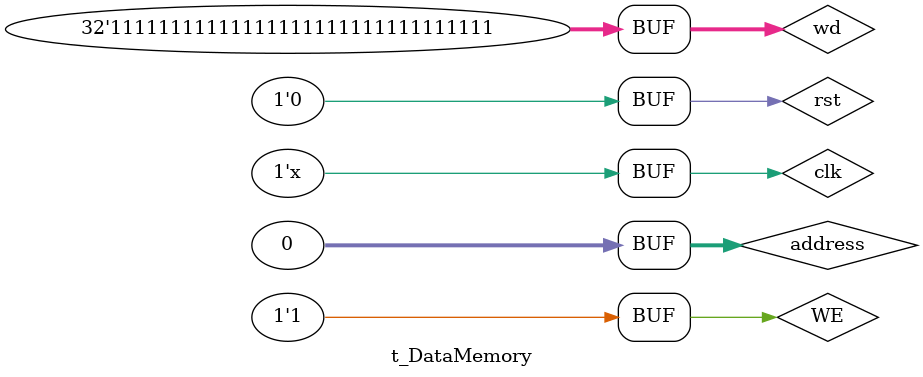
<source format=v>
`timescale 1ns / 1ps


module t_DataMemory();
    reg clk, rst, WE;
    reg [31 : 0] address, wd;
    wire [31 : 0] rd;
    DataMemory datamemory(clk, rst, WE, address, wd, rd);
    always #10 clk = ~clk;
    initial begin
        clk = 0; rst = 1; WE = 0;
        address = 32'h0000_0000; wd = 32'hffff_ffff;
        #20 rst = 0; WE = 1;
    end
endmodule

</source>
